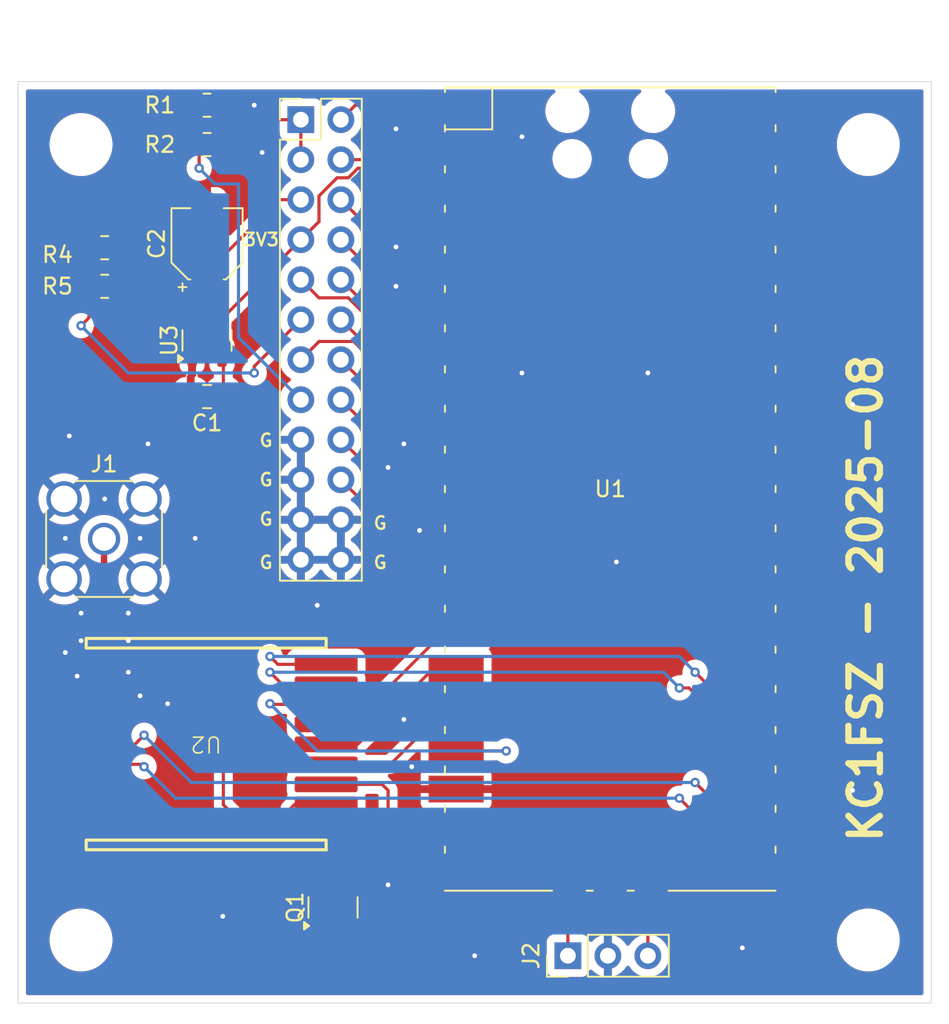
<source format=kicad_pcb>
(kicad_pcb (version 20241229) (generator "pcbnew") (generator_version "9.0")
  (title_block (title "KC1FSZ LoRa Controller Board") (date "2025-05-08") (rev "1") (company "Bruce MacKinnon") (comment 1 "Copyright (C) 2025, Bruce MacKinnon") (comment 2 "NOT FOR COMMERCIAL USE"))
  (layers (0 "F.Cu" signal) (2 "B.Cu" signal) (13 "F.Paste" user) (15 "B.Paste" user) (5 "F.SilkS" user "F.Silkscreen") (7 "B.SilkS" user "B.Silkscreen") (1 "F.Mask" user) (3 "B.Mask" user) (25 "Edge.Cuts" user))
  (net 0 "")
  (net 1 "GND")
  (net 2 "/Controller/ANT")
  (net 3 "Net-(J2-Pin_3)")
  (net 4 "Net-(J2-Pin_1)")
  (net 5 "GPIO3")
  (net 6 "GPIO5")
  (net 7 "GPIO9")
  (net 8 "VPAN_SENSE")
  (net 9 "GPIO1")
  (net 10 "GPIO4")
  (net 11 "GPIO2")
  (net 12 "GPIO27")
  (net 13 "GPIO6")
  (net 14 "GPIO7")
  (net 15 "GPIO0")
  (net 16 "VCON_SENSE")
  (net 17 "GPIO8")
  (net 18 "GPIO26")
  (net 19 "VCON")
  (net 20 "VPAN")
  (net 21 "+3.3V")
  (net 22 "GPIO15")
  (net 23 "3V3_SWITCHED")
  (net 25 "RADIO_BUSY")
  (net 27 "RADIO_RFSW_V1")
  (net 28 "~{RADIO_RESET}")
  (net 31 "SPI_MOSI")
  (net 33 "RADIO_INT")
  (net 34 "RADIO_RFSW_V2")
  (net 36 "SPI_CS")
  (net 37 "SPI_MISO")
  (net 38 "SPI_SCK")
  (footprint "Resistor_SMD:R_0805_2012Metric_Pad1.20x1.40mm_HandSolder" (layer "F.Cu") (at 80 81.5)
    (property "Reference" "R2" (at -3 0 0) (layer "F.SilkS"))
    (property "Value" "10k")
    (fp_line (start -0.227064 -0.735) (end 0.227064 -0.735) (stroke (width 0.12)) (layer "F.SilkS"))
    (fp_line (start -0.227064 0.735) (end 0.227064 0.735) (stroke (width 0.12)) (layer "F.SilkS"))
    (pad "1" smd roundrect (at -1 0) (size 1.2 1.4) (layers "F.Cu" "F.Mask" "F.Paste") (roundrect_rratio 0.208333) (net 8 "VPAN_SENSE"))
    (pad "2" smd roundrect (at 1 0) (size 1.2 1.4) (layers "F.Cu" "F.Mask" "F.Paste") (roundrect_rratio 0.208333) (net 1 "GND"))
  )
  (footprint "Capacitor_SMD:CP_Elec_4x5.4" (layer "F.Cu") (at 80 87.8 90)
    (property "Reference" "C2" (at 0 -3.2 90) (layer "F.SilkS"))
    (property "Value" "10u")
    (fp_line (start 2.26 -2.26) (end 2.26 -1.06) (stroke (width 0.12)) (layer "F.SilkS"))
    (fp_line (start -1.195563 -2.26) (end 2.26 -2.26) (stroke (width 0.12)) (layer "F.SilkS"))
    (fp_line (start -2.75 -1.81) (end -2.75 -1.31) (stroke (width 0.12)) (layer "F.SilkS"))
    (fp_line (start -3 -1.56) (end -2.5 -1.56) (stroke (width 0.12)) (layer "F.SilkS"))
    (fp_line (start -2.26 -1.195563) (end -1.195563 -2.26) (stroke (width 0.12)) (layer "F.SilkS"))
    (fp_line (start -2.26 -1.195563) (end -2.26 -1.06) (stroke (width 0.12)) (layer "F.SilkS"))
    (fp_line (start -2.26 1.195563) (end -2.26 1.06) (stroke (width 0.12)) (layer "F.SilkS"))
    (fp_line (start -2.26 1.195563) (end -1.195563 2.26) (stroke (width 0.12)) (layer "F.SilkS"))
    (fp_line (start 2.26 2.26) (end 2.26 1.06) (stroke (width 0.12)) (layer "F.SilkS"))
    (fp_line (start -1.195563 2.26) (end 2.26 2.26) (stroke (width 0.12)) (layer "F.SilkS"))
    (pad "1" smd roundrect (at -1.8 0 90) (size 2.6 1.6) (layers "F.Cu" "F.Mask" "F.Paste") (roundrect_rratio 0.15625) (net 19 "VCON"))
    (pad "2" smd roundrect (at 1.8 0 90) (size 2.6 1.6) (layers "F.Cu" "F.Mask" "F.Paste") (roundrect_rratio 0.15625) (net 1 "GND"))
  )
  (footprint "Resistor_SMD:R_0805_2012Metric_Pad1.20x1.40mm_HandSolder" (layer "F.Cu") (at 73.5 90.5)
    (property "Reference" "R5" (at -3 0 0) (layer "F.SilkS"))
    (property "Value" "10k")
    (fp_line (start -0.227064 -0.735) (end 0.227064 -0.735) (stroke (width 0.12)) (layer "F.SilkS"))
    (fp_line (start -0.227064 0.735) (end 0.227064 0.735) (stroke (width 0.12)) (layer "F.SilkS"))
    (pad "1" smd roundrect (at -1 0) (size 1.2 1.4) (layers "F.Cu" "F.Mask" "F.Paste") (roundrect_rratio 0.208333) (net 16 "VCON_SENSE"))
    (pad "2" smd roundrect (at 1 0) (size 1.2 1.4) (layers "F.Cu" "F.Mask" "F.Paste") (roundrect_rratio 0.208333) (net 1 "GND"))
  )
  (footprint "MountingHole:MountingHole_3.5mm" (layer "F.Cu") (at 122 132)
    (property "Reference" "H4" (hide yes))
    (property "Value" "MountingHole")
    (pad "" np_thru_hole circle (at 0 0) (size 3.5 3.5) (drill 3.5) (layers "*.Cu" "*.Mask"))
  )
  (footprint "MountingHole:MountingHole_3.5mm" (layer "F.Cu") (at 72 81.5)
    (property "Reference" "H1" (hide yes))
    (property "Value" "MountingHole")
    (pad "" np_thru_hole circle (at 0 0) (size 3.5 3.5) (drill 3.5) (layers "*.Cu" "*.Mask"))
  )
  (footprint "MountingHole:MountingHole_3.5mm" (layer "F.Cu") (at 72 132)
    (property "Reference" "H2" (hide yes))
    (property "Value" "MountingHole")
    (pad "" np_thru_hole circle (at 0 0) (size 3.5 3.5) (drill 3.5) (layers "*.Cu" "*.Mask"))
  )
  (footprint "Resistor_SMD:R_0805_2012Metric_Pad1.20x1.40mm_HandSolder" (layer "F.Cu") (at 80 79)
    (property "Reference" "R1" (at -3 0 0) (layer "F.SilkS"))
    (property "Value" "47k")
    (fp_line (start -0.227064 -0.735) (end 0.227064 -0.735) (stroke (width 0.12)) (layer "F.SilkS"))
    (fp_line (start -0.227064 0.735) (end 0.227064 0.735) (stroke (width 0.12)) (layer "F.SilkS"))
    (pad "1" smd roundrect (at -1 0) (size 1.2 1.4) (layers "F.Cu" "F.Mask" "F.Paste") (roundrect_rratio 0.208333) (net 8 "VPAN_SENSE"))
    (pad "2" smd roundrect (at 1 0) (size 1.2 1.4) (layers "F.Cu" "F.Mask" "F.Paste") (roundrect_rratio 0.208333) (net 20 "VPAN"))
  )
  (footprint "Resistor_SMD:R_0805_2012Metric_Pad1.20x1.40mm_HandSolder" (layer "F.Cu") (at 73.5 88.05)
    (property "Reference" "R4" (at -3 0.45 0) (layer "F.SilkS"))
    (property "Value" "10k")
    (fp_line (start -0.227064 -0.735) (end 0.227064 -0.735) (stroke (width 0.12)) (layer "F.SilkS"))
    (fp_line (start -0.227064 0.735) (end 0.227064 0.735) (stroke (width 0.12)) (layer "F.SilkS"))
    (pad "1" smd roundrect (at -1 0) (size 1.2 1.4) (layers "F.Cu" "F.Mask" "F.Paste") (roundrect_rratio 0.208333) (net 16 "VCON_SENSE"))
    (pad "2" smd roundrect (at 1 0) (size 1.2 1.4) (layers "F.Cu" "F.Mask" "F.Paste") (roundrect_rratio 0.208333) (net 19 "VCON"))
  )
  (footprint "Package_TO_SOT_SMD:SOT-23" (layer "F.Cu") (at 88 129.9375 90)
    (property "Reference" "Q1" (at 0 -2.4 90) (layer "F.SilkS"))
    (property "Value" "IRLML6401")
    (fp_line (start 0 -1.56) (end 0.65 -1.56) (stroke (width 0.12)) (layer "F.SilkS"))
    (fp_line (start 0 -1.56) (end -0.65 -1.56) (stroke (width 0.12)) (layer "F.SilkS"))
    (fp_line (start 0 1.56) (end 0.65 1.56) (stroke (width 0.12)) (layer "F.SilkS"))
    (fp_line (start 0 1.56) (end -0.65 1.56) (stroke (width 0.12)) (layer "F.SilkS"))
    (fp_poly (pts (xy -1.1625 -1.51) (xy -1.4025 -1.84) (xy -0.9225 -1.84) (xy -1.1625 -1.51)) (stroke (width 0.12)) (fill yes) (layer "F.SilkS"))
    (pad "1" smd roundrect (at -0.9375 -0.95 90) (size 1.475 0.6) (layers "F.Cu" "F.Mask" "F.Paste") (net 22 "GPIO15"))
    (pad "2" smd roundrect (at -0.9375 0.95 90) (size 1.475 0.6) (layers "F.Cu" "F.Mask" "F.Paste") (net 21 "+3.3V"))
    (pad "3" smd roundrect (at 0.9375 0 90) (size 1.475 0.6) (layers "F.Cu" "F.Mask" "F.Paste") (net 23 "3V3_SWITCHED"))
  )
  (footprint "bruce-footprints:RPi_Pico_SMD" (layer "F.Cu") (at 105.61 103.37)
    (property "Reference" "U1" (at 0 0 0) (layer "F.SilkS"))
    (property "Value" "Pico_1_PCB")
    (fp_line (start -10.5 -25.5) (end -10.5 -25.2) (stroke (width 0.12)) (layer "F.SilkS"))
    (fp_line (start -10.5 -25.5) (end 10.5 -25.5) (stroke (width 0.12)) (layer "F.SilkS"))
    (fp_line (start -10.5 -23.1) (end -10.5 -22.7) (stroke (width 0.12)) (layer "F.SilkS"))
    (fp_line (start -10.5 -22.833) (end -7.493 -22.833) (stroke (width 0.12)) (layer "F.SilkS"))
    (fp_line (start -10.5 -20.5) (end -10.5 -20.1) (stroke (width 0.12)) (layer "F.SilkS"))
    (fp_line (start -10.5 -18) (end -10.5 -17.6) (stroke (width 0.12)) (layer "F.SilkS"))
    (fp_line (start -10.5 -15.4) (end -10.5 -15) (stroke (width 0.12)) (layer "F.SilkS"))
    (fp_line (start -10.5 -12.9) (end -10.5 -12.5) (stroke (width 0.12)) (layer "F.SilkS"))
    (fp_line (start -10.5 -10.4) (end -10.5 -10) (stroke (width 0.12)) (layer "F.SilkS"))
    (fp_line (start -10.5 -7.8) (end -10.5 -7.4) (stroke (width 0.12)) (layer "F.SilkS"))
    (fp_line (start -10.5 -5.3) (end -10.5 -4.9) (stroke (width 0.12)) (layer "F.SilkS"))
    (fp_line (start -10.5 -2.7) (end -10.5 -2.3) (stroke (width 0.12)) (layer "F.SilkS"))
    (fp_line (start -10.5 -0.2) (end -10.5 0.2) (stroke (width 0.12)) (layer "F.SilkS"))
    (fp_line (start -10.5 2.3) (end -10.5 2.7) (stroke (width 0.12)) (layer "F.SilkS"))
    (fp_line (start -10.5 4.9) (end -10.5 5.3) (stroke (width 0.12)) (layer "F.SilkS"))
    (fp_line (start -10.5 7.4) (end -10.5 7.8) (stroke (width 0.12)) (layer "F.SilkS"))
    (fp_line (start -10.5 10) (end -10.5 10.4) (stroke (width 0.12)) (layer "F.SilkS"))
    (fp_line (start -10.5 12.5) (end -10.5 12.9) (stroke (width 0.12)) (layer "F.SilkS"))
    (fp_line (start -10.5 15.1) (end -10.5 15.5) (stroke (width 0.12)) (layer "F.SilkS"))
    (fp_line (start -10.5 17.6) (end -10.5 18) (stroke (width 0.12)) (layer "F.SilkS"))
    (fp_line (start -10.5 20.1) (end -10.5 20.5) (stroke (width 0.12)) (layer "F.SilkS"))
    (fp_line (start -10.5 22.7) (end -10.5 23.1) (stroke (width 0.12)) (layer "F.SilkS"))
    (fp_line (start -7.493 -22.833) (end -7.493 -25.5) (stroke (width 0.12)) (layer "F.SilkS"))
    (fp_line (start -3.7 25.5) (end -10.5 25.5) (stroke (width 0.12)) (layer "F.SilkS"))
    (fp_line (start -1.5 25.5) (end -1.1 25.5) (stroke (width 0.12)) (layer "F.SilkS"))
    (fp_line (start 1.1 25.5) (end 1.5 25.5) (stroke (width 0.12)) (layer "F.SilkS"))
    (fp_line (start 10.5 -25.5) (end 10.5 -25.2) (stroke (width 0.12)) (layer "F.SilkS"))
    (fp_line (start 10.5 -23.1) (end 10.5 -22.7) (stroke (width 0.12)) (layer "F.SilkS"))
    (fp_line (start 10.5 -20.5) (end 10.5 -20.1) (stroke (width 0.12)) (layer "F.SilkS"))
    (fp_line (start 10.5 -18) (end 10.5 -17.6) (stroke (width 0.12)) (layer "F.SilkS"))
    (fp_line (start 10.5 -15.4) (end 10.5 -15) (stroke (width 0.12)) (layer "F.SilkS"))
    (fp_line (start 10.5 -12.9) (end 10.5 -12.5) (stroke (width 0.12)) (layer "F.SilkS"))
    (fp_line (start 10.5 -10.4) (end 10.5 -10) (stroke (width 0.12)) (layer "F.SilkS"))
    (fp_line (start 10.5 -7.8) (end 10.5 -7.4) (stroke (width 0.12)) (layer "F.SilkS"))
    (fp_line (start 10.5 -5.3) (end 10.5 -4.9) (stroke (width 0.12)) (layer "F.SilkS"))
    (fp_line (start 10.5 -2.7) (end 10.5 -2.3) (stroke (width 0.12)) (layer "F.SilkS"))
    (fp_line (start 10.5 -0.2) (end 10.5 0.2) (stroke (width 0.12)) (layer "F.SilkS"))
    (fp_line (start 10.5 2.3) (end 10.5 2.7) (stroke (width 0.12)) (layer "F.SilkS"))
    (fp_line (start 10.5 4.9) (end 10.5 5.3) (stroke (width 0.12)) (layer "F.SilkS"))
    (fp_line (start 10.5 7.4) (end 10.5 7.8) (stroke (width 0.12)) (layer "F.SilkS"))
    (fp_line (start 10.5 10) (end 10.5 10.4) (stroke (width 0.12)) (layer "F.SilkS"))
    (fp_line (start 10.5 12.5) (end 10.5 12.9) (stroke (width 0.12)) (layer "F.SilkS"))
    (fp_line (start 10.5 15.1) (end 10.5 15.5) (stroke (width 0.12)) (layer "F.SilkS"))
    (fp_line (start 10.5 17.6) (end 10.5 18) (stroke (width 0.12)) (layer "F.SilkS"))
    (fp_line (start 10.5 20.1) (end 10.5 20.5) (stroke (width 0.12)) (layer "F.SilkS"))
    (fp_line (start 10.5 22.7) (end 10.5 23.1) (stroke (width 0.12)) (layer "F.SilkS"))
    (fp_line (start 10.5 25.5) (end 3.7 25.5) (stroke (width 0.12)) (layer "F.SilkS"))
    (pad "" np_thru_hole oval (at -2.725 -24) (size 1.8 1.8) (drill 1.8) (layers "*.Cu" "*.Mask"))
    (pad "" np_thru_hole oval (at -2.425 -20.97) (size 1.5 1.5) (drill 1.5) (layers "*.Cu" "*.Mask"))
    (pad "" np_thru_hole oval (at 2.425 -20.97) (size 1.5 1.5) (drill 1.5) (layers "*.Cu" "*.Mask"))
    (pad "" np_thru_hole oval (at 2.725 -24) (size 1.8 1.8) (drill 1.8) (layers "*.Cu" "*.Mask"))
    (pad "1" smd rect (at -8.89 -24.13) (size 3.5 1.7) (drill (offset -0.9 0)) (layers "F.Cu" "F.Mask") (net 15 "GPIO0"))
    (pad "2" smd rect (at -8.89 -21.59) (size 3.5 1.7) (drill (offset -0.9 0)) (layers "F.Cu" "F.Mask") (net 9 "GPIO1"))
    (pad "3" smd rect (at -8.89 -19.05) (size 3.5 1.7) (drill (offset -0.9 0)) (layers "F.Cu" "F.Mask") (net 1 "GND"))
    (pad "4" smd rect (at -8.89 -16.51) (size 3.5 1.7) (drill (offset -0.9 0)) (layers "F.Cu" "F.Mask") (net 11 "GPIO2"))
    (pad "5" smd rect (at -8.89 -13.97) (size 3.5 1.7) (drill (offset -0.9 0)) (layers "F.Cu" "F.Mask") (net 5 "GPIO3"))
    (pad "6" smd rect (at -8.89 -11.43) (size 3.5 1.7) (drill (offset -0.9 0)) (layers "F.Cu" "F.Mask") (net 10 "GPIO4"))
    (pad "7" smd rect (at -8.89 -8.89) (size 3.5 1.7) (drill (offset -0.9 0)) (layers "F.Cu" "F.Mask") (net 6 "GPIO5"))
    (pad "8" smd rect (at -8.89 -6.35) (size 3.5 1.7) (drill (offset -0.9 0)) (layers "F.Cu" "F.Mask") (net 1 "GND"))
    (pad "9" smd rect (at -8.89 -3.81) (size 3.5 1.7) (drill (offset -0.9 0)) (layers "F.Cu" "F.Mask") (net 13 "GPIO6"))
    (pad "10" smd rect (at -8.89 -1.27) (size 3.5 1.7) (drill (offset -0.9 0)) (layers "F.Cu" "F.Mask") (net 14 "GPIO7"))
    (pad "11" smd rect (at -8.89 1.27) (size 3.5 1.7) (drill (offset -0.9 0)) (layers "F.Cu" "F.Mask") (net 17 "GPIO8"))
    (pad "12" smd rect (at -8.89 3.81) (size 3.5 1.7) (drill (offset -0.9 0)) (layers "F.Cu" "F.Mask") (net 7 "GPIO9"))
    (pad "13" smd rect (at -8.89 6.35) (size 3.5 1.7) (drill (offset -0.9 0)) (layers "F.Cu" "F.Mask") (net 1 "GND"))
    (pad "14" smd rect (at -8.89 8.89) (size 3.5 1.7) (drill (offset -0.9 0)) (layers "F.Cu" "F.Mask") (net 38 "SPI_SCK"))
    (pad "15" smd rect (at -8.89 11.43) (size 3.5 1.7) (drill (offset -0.9 0)) (layers "F.Cu" "F.Mask") (net 31 "SPI_MOSI"))
    (pad "16" smd rect (at -8.89 13.97) (size 3.5 1.7) (drill (offset -0.9 0)) (layers "F.Cu" "F.Mask") (net 37 "SPI_MISO"))
    (pad "17" smd rect (at -8.89 16.51) (size 3.5 1.7) (drill (offset -0.9 0)) (layers "F.Cu" "F.Mask") (net 36 "SPI_CS"))
    (pad "18" smd rect (at -8.89 19.05) (size 3.5 1.7) (drill (offset -0.9 0)) (layers "F.Cu" "F.Mask") (net 1 "GND"))
    (pad "19" smd rect (at -8.89 21.59) (size 3.5 1.7) (drill (offset -0.9 0)) (layers "F.Cu" "F.Mask") (net 28 "~{RADIO_RESET}"))
    (pad "20" smd rect (at -8.89 24.13) (size 3.5 1.7) (drill (offset -0.9 0)) (layers "F.Cu" "F.Mask") (net 22 "GPIO15"))
    (pad "21" smd rect (at 8.89 24.13) (size 3.5 1.7) (drill (offset 0.9 0)) (layers "F.Cu" "F.Mask") (net 33 "RADIO_INT"))
    (pad "22" smd rect (at 8.89 21.59) (size 3.5 1.7) (drill (offset 0.9 0)) (layers "F.Cu" "F.Mask") (net 25 "RADIO_BUSY"))
    (pad "23" smd rect (at 8.89 19.05) (size 3.5 1.7) (drill (offset 0.9 0)) (layers "F.Cu" "F.Mask") (net 1 "GND"))
    (pad "24" smd rect (at 8.89 16.51) (size 3.5 1.7) (drill (offset 0.9 0)) (layers "F.Cu" "F.Mask") (net 34 "RADIO_RFSW_V2"))
    (pad "25" smd rect (at 8.89 13.97) (size 3.5 1.7) (drill (offset 0.9 0)) (layers "F.Cu" "F.Mask") (net 27 "RADIO_RFSW_V1"))
    (pad "26" smd rect (at 8.89 11.43) (size 3.5 1.7) (drill (offset 0.9 0)) (layers "F.Cu" "F.Mask"))
    (pad "27" smd rect (at 8.89 8.89) (size 3.5 1.7) (drill (offset 0.9 0)) (layers "F.Cu" "F.Mask"))
    (pad "28" smd rect (at 8.89 6.35) (size 3.5 1.7) (drill (offset 0.9 0)) (layers "F.Cu" "F.Mask") (net 1 "GND"))
    (pad "29" smd rect (at 8.89 3.81) (size 3.5 1.7) (drill (offset 0.9 0)) (layers "F.Cu" "F.Mask"))
    (pad "30" smd rect (at 8.89 1.27) (size 3.5 1.7) (drill (offset 0.9 0)) (layers "F.Cu" "F.Mask"))
    (pad "31" smd rect (at 8.89 -1.27) (size 3.5 1.7) (drill (offset 0.9 0)) (layers "F.Cu" "F.Mask") (net 18 "GPIO26"))
    (pad "32" smd rect (at 8.89 -3.81) (size 3.5 1.7) (drill (offset 0.9 0)) (layers "F.Cu" "F.Mask") (net 12 "GPIO27"))
    (pad "33" smd rect (at 8.89 -6.35) (size 3.5 1.7) (drill (offset 0.9 0)) (layers "F.Cu" "F.Mask") (net 1 "GND"))
    (pad "34" smd rect (at 8.89 -8.89) (size 3.5 1.7) (drill (offset 0.9 0)) (layers "F.Cu" "F.Mask"))
    (pad "35" smd rect (at 8.89 -11.43) (size 3.5 1.7) (drill (offset 0.9 0)) (layers "F.Cu" "F.Mask"))
    (pad "36" smd rect (at 8.89 -13.97) (size 3.5 1.7) (drill (offset 0.9 0)) (layers "F.Cu" "F.Mask"))
    (pad "37" smd rect (at 8.89 -16.51) (size 3.5 1.7) (drill (offset 0.9 0)) (layers "F.Cu" "F.Mask"))
    (pad "38" smd rect (at 8.89 -19.05) (size 3.5 1.7) (drill (offset 0.9 0)) (layers "F.Cu" "F.Mask") (net 1 "GND"))
    (pad "39" smd rect (at 8.89 -21.59) (size 3.5 1.7) (drill (offset 0.9 0)) (layers "F.Cu" "F.Mask") (net 21 "+3.3V"))
    (pad "40" smd rect (at 8.89 -24.13) (size 3.5 1.7) (drill (offset 0.9 0)) (layers "F.Cu" "F.Mask"))
    (pad "41" smd rect (at -2.54 23.9 90) (size 3.5 1.7) (drill (offset -0.9 0)) (layers "F.Cu" "F.Mask") (net 4 "Net-(J2-Pin_1)"))
    (pad "42" smd rect (at 0 23.9 90) (size 3.5 1.7) (drill (offset -0.9 0)) (layers "F.Cu" "F.Mask") (net 1 "GND"))
    (pad "43" smd rect (at 2.54 23.9 90) (size 3.5 1.7) (drill (offset -0.9 0)) (layers "F.Cu" "F.Mask") (net 3 "Net-(J2-Pin_3)"))
  )
  (footprint "MountingHole:MountingHole_3.5mm" (layer "F.Cu") (at 122 81.5)
    (property "Reference" "H3" (hide yes))
    (property "Value" "MountingHole")
    (pad "" np_thru_hole circle (at 0 0) (size 3.5 3.5) (drill 3.5) (layers "*.Cu" "*.Mask"))
  )
  (footprint "Capacitor_SMD:C_0805_2012Metric_Pad1.18x1.45mm_HandSolder" (layer "F.Cu") (at 80 97.5 180)
    (property "Reference" "C1" (at 0 -1.68 0) (layer "F.SilkS"))
    (property "Value" "10u")
    (fp_line (start -0.261252 0.735) (end 0.261252 0.735) (stroke (width 0.12)) (layer "F.SilkS"))
    (fp_line (start -0.261252 -0.735) (end 0.261252 -0.735) (stroke (width 0.12)) (layer "F.SilkS"))
    (pad "1" smd roundrect (at -1.0375 0 180) (size 1.175 1.45) (layers "F.Cu" "F.Mask" "F.Paste") (roundrect_rratio 0.212766) (net 21 "+3.3V"))
    (pad "2" smd roundrect (at 1.0375 0 180) (size 1.175 1.45) (layers "F.Cu" "F.Mask" "F.Paste") (roundrect_rratio 0.212766) (net 1 "GND"))
  )
  (footprint "Connector_PinHeader_2.54mm:PinHeader_1x03_P2.54mm_Vertical" (layer "F.Cu") (at 102.92 133 90)
    (property "Reference" "J2" (at 0 -2.33 90) (layer "F.SilkS"))
    (property "Value" "SWD")
    (fp_line (start -1.33 -1.33) (end 0 -1.33) (stroke (width 0.12)) (layer "F.SilkS"))
    (fp_line (start -1.33 0) (end -1.33 -1.33) (stroke (width 0.12)) (layer "F.SilkS"))
    (fp_line (start 1.33 1.27) (end 1.33 6.41) (stroke (width 0.12)) (layer "F.SilkS"))
    (fp_line (start -1.33 1.27) (end 1.33 1.27) (stroke (width 0.12)) (layer "F.SilkS"))
    (fp_line (start -1.33 1.27) (end -1.33 6.41) (stroke (width 0.12)) (layer "F.SilkS"))
    (fp_line (start -1.33 6.41) (end 1.33 6.41) (stroke (width 0.12)) (layer "F.SilkS"))
    (pad "1" thru_hole rect (at 0 0 90) (size 1.7 1.7) (drill 1) (layers "*.Cu" "*.Mask") (net 4 "Net-(J2-Pin_1)"))
    (pad "2" thru_hole oval (at 0 2.54 90) (size 1.7 1.7) (drill 1) (layers "*.Cu" "*.Mask") (net 1 "GND"))
    (pad "3" thru_hole oval (at 0 5.08 90) (size 1.7 1.7) (drill 1) (layers "*.Cu" "*.Mask") (net 3 "Net-(J2-Pin_3)"))
  )
  (footprint "Connector_Coaxial:SMA_Amphenol_132134_Vertical" (layer "F.Cu") (at 73.46 106.54)
    (property "Reference" "J1" (at 0 -4.75 0) (layer "F.SilkS"))
    (property "Value" "Conn_Coaxial")
    (fp_line (start -3.68 -1.8) (end -3.68 1.8) (stroke (width 0.12)) (layer "F.SilkS"))
    (fp_line (start -1.8 -3.68) (end 1.8 -3.68) (stroke (width 0.12)) (layer "F.SilkS"))
    (fp_line (start -1.8 3.68) (end 1.8 3.68) (stroke (width 0.12)) (layer "F.SilkS"))
    (fp_line (start 3.68 -1.8) (end 3.68 1.8) (stroke (width 0.12)) (layer "F.SilkS"))
    (pad "1" thru_hole circle (at 0 0) (size 2.05 2.05) (drill 1.5) (layers "*.Cu" "*.Mask") (net 2 "/Controller/ANT"))
    (pad "2" thru_hole circle (at -2.54 -2.54) (size 2.25 2.25) (drill 1.7) (layers "*.Cu" "*.Mask") (net 1 "GND"))
    (pad "2" thru_hole circle (at -2.54 2.54) (size 2.25 2.25) (drill 1.7) (layers "*.Cu" "*.Mask") (net 1 "GND"))
    (pad "2" thru_hole circle (at 2.54 -2.54) (size 2.25 2.25) (drill 1.7) (layers "*.Cu" "*.Mask") (net 1 "GND"))
    (pad "2" thru_hole circle (at 2.54 2.54) (size 2.25 2.25) (drill 1.7) (layers "*.Cu" "*.Mask") (net 1 "GND"))
  )
  (footprint "bruce-footprints:RYLR689-LoRa-Module" (layer "F.Cu") (at 87.565 124.66 180)
    (property "Reference" "U2" (at 7.62 5.08 180) (layer "F.SilkS") (effects (font (thickness 0.1))))
    (property "Value" "~")
    (fp_rect (start 0 11.195) (end 15.24 11.805) (stroke (width 0.2)) (fill no) (layer "F.SilkS"))
    (fp_rect (start 0 -1.61) (end 15.24 -1) (stroke (width 0.2)) (fill no) (layer "F.SilkS"))
    (pad "1" smd roundrect (at 0 0 180) (size 4 1) (layers "F.Cu" "F.Mask" "F.Paste") (roundrect_rratio 0.15) (net 1 "GND"))
    (pad "2" smd roundrect (at 0 1.27 180) (size 4 1) (layers "F.Cu" "F.Mask" "F.Paste") (roundrect_rratio 0.15) (net 23 "3V3_SWITCHED"))
    (pad "3" smd roundrect (at 0 2.54 180) (size 4 1) (layers "F.Cu" "F.Mask" "F.Paste") (roundrect_rratio 0.15) (net 28 "~{RADIO_RESET}"))
    (pad "4" smd roundrect (at 0 3.81 180) (size 4 1) (layers "F.Cu" "F.Mask" "F.Paste") (roundrect_rratio 0.15) (net 37 "SPI_MISO"))
    (pad "5" smd roundrect (at 0 5.08 180) (size 4 1) (layers "F.Cu" "F.Mask" "F.Paste") (roundrect_rratio 0.15) (net 31 "SPI_MOSI"))
    (pad "6" smd roundrect (at 0 6.35 180) (size 4 1) (layers "F.Cu" "F.Mask" "F.Paste") (roundrect_rratio 0.15) (net 38 "SPI_SCK"))
    (pad "7" smd roundrect (at 0 7.62 180) (size 4 1) (layers "F.Cu" "F.Mask" "F.Paste") (roundrect_rratio 0.15) (net 36 "SPI_CS"))
    (pad "8" smd roundrect (at 0 8.89 180) (size 4 1) (layers "F.Cu" "F.Mask" "F.Paste") (roundrect_rratio 0.15) (net 34 "RADIO_RFSW_V2"))
    (pad "9" smd roundrect (at 0 10.16 180) (size 4 1) (layers "F.Cu" "F.Mask" "F.Paste") (roundrect_rratio 0.15) (net 27 "RADIO_RFSW_V1"))
    (pad "12" smd roundrect (at 15.24 7.62 180) (size 4 1) (layers "F.Cu" "F.Mask" "F.Paste") (roundrect_rratio 0.15) (net 2 "/Controller/ANT"))
    (pad "13" smd roundrect (at 15.24 6.35 180) (size 4 1) (layers "F.Cu" "F.Mask" "F.Paste") (roundrect_rratio 0.15) (net 1 "GND"))
    (pad "14" smd roundrect (at 15.24 5.08 180) (size 4 1) (layers "F.Cu" "F.Mask" "F.Paste") (roundrect_rratio 0.15) (net 25 "RADIO_BUSY"))
    (pad "15" smd roundrect (at 15.24 3.81 180) (size 4 1) (layers "F.Cu" "F.Mask" "F.Paste") (roundrect_rratio 0.15) (net 33 "RADIO_INT"))
    (pad "16" smd roundrect (at 15.24 2.54 180) (size 4 1) (layers "F.Cu" "F.Mask" "F.Paste") (roundrect_rratio 0.15))
    (pad "17" smd roundrect (at 15.24 1.27 180) (size 4 1) (layers "F.Cu" "F.Mask" "F.Paste") (roundrect_rratio 0.15))
    (pad "18" smd roundrect (at 15.24 0 180) (size 4 1) (layers "F.Cu" "F.Mask" "F.Paste") (roundrect_rratio 0.15) (net 1 "GND"))
  )
  (footprint "Connector_PinHeader_2.54mm:PinHeader_2x12_P2.54mm_Vertical" (layer "F.Cu") (at 85.96 79.92)
    (property "Reference" "J3" (hide yes))
    (property "Value" "Conn_02x12_Odd_Even")
    (fp_line (start -1.33 -1.33) (end 0 -1.33) (stroke (width 0.12)) (layer "F.SilkS"))
    (fp_line (start -1.33 0) (end -1.33 -1.33) (stroke (width 0.12)) (layer "F.SilkS"))
    (fp_line (start -1.33 1.27) (end -1.33 29.27) (stroke (width 0.12)) (layer "F.SilkS"))
    (fp_line (start -1.33 1.27) (end 1.27 1.27) (stroke (width 0.12)) (layer "F.SilkS"))
    (fp_line (start -1.33 29.27) (end 3.87 29.27) (stroke (width 0.12)) (layer "F.SilkS"))
    (fp_line (start 1.27 -1.33) (end 3.87 -1.33) (stroke (width 0.12)) (layer "F.SilkS"))
    (fp_line (start 1.27 1.27) (end 1.27 -1.33) (stroke (width 0.12)) (layer "F.SilkS"))
    (fp_line (start 3.87 -1.33) (end 3.87 29.27) (stroke (width 0.12)) (layer "F.SilkS"))
    (pad "1" thru_hole rect (at 0 0) (size 1.7 1.7) (drill 1) (layers "*.Cu" "*.Mask") (net 20 "VPAN"))
    (pad "2" thru_hole oval (at 2.54 0) (size 1.7 1.7) (drill 1) (layers "*.Cu" "*.Mask") (net 15 "GPIO0"))
    (pad "3" thru_hole oval (at 0 2.54) (size 1.7 1.7) (drill 1) (layers "*.Cu" "*.Mask") (net 20 "VPAN"))
    (pad "4" thru_hole oval (at 2.54 2.54) (size 1.7 1.7) (drill 1) (layers "*.Cu" "*.Mask") (net 9 "GPIO1"))
    (pad "5" thru_hole oval (at 0 5.08) (size 1.7 1.7) (drill 1) (layers "*.Cu" "*.Mask") (net 19 "VCON"))
    (pad "6" thru_hole oval (at 2.54 5.08) (size 1.7 1.7) (drill 1) (layers "*.Cu" "*.Mask") (net 11 "GPIO2"))
    (pad "7" thru_hole oval (at 0 7.62) (size 1.7 1.7) (drill 1) (layers "*.Cu" "*.Mask") (net 21 "+3.3V"))
    (pad "8" thru_hole oval (at 2.54 7.62) (size 1.7 1.7) (drill 1) (layers "*.Cu" "*.Mask") (net 5 "GPIO3"))
    (pad "9" thru_hole oval (at 0 10.16) (size 1.7 1.7) (drill 1) (layers "*.Cu" "*.Mask") (net 12 "GPIO27"))
    (pad "10" thru_hole oval (at 2.54 10.16) (size 1.7 1.7) (drill 1) (layers "*.Cu" "*.Mask") (net 10 "GPIO4"))
    (pad "11" thru_hole oval (at 0 12.7) (size 1.7 1.7) (drill 1) (layers "*.Cu" "*.Mask") (net 16 "VCON_SENSE"))
    (pad "12" thru_hole oval (at 2.54 12.7) (size 1.7 1.7) (drill 1) (layers "*.Cu" "*.Mask") (net 6 "GPIO5"))
    (pad "13" thru_hole oval (at 0 15.24) (size 1.7 1.7) (drill 1) (layers "*.Cu" "*.Mask") (net 18 "GPIO26"))
    (pad "14" thru_hole oval (at 2.54 15.24) (size 1.7 1.7) (drill 1) (layers "*.Cu" "*.Mask") (net 13 "GPIO6"))
    (pad "15" thru_hole oval (at 0 17.78) (size 1.7 1.7) (drill 1) (layers "*.Cu" "*.Mask") (net 8 "VPAN_SENSE"))
    (pad "16" thru_hole oval (at 2.54 17.78) (size 1.7 1.7) (drill 1) (layers "*.Cu" "*.Mask") (net 14 "GPIO7"))
    (pad "17" thru_hole oval (at 0 20.32) (size 1.7 1.7) (drill 1) (layers "*.Cu" "*.Mask") (net 1 "GND"))
    (pad "18" thru_hole oval (at 2.54 20.32) (size 1.7 1.7) (drill 1) (layers "*.Cu" "*.Mask") (net 17 "GPIO8"))
    (pad "19" thru_hole oval (at 0 22.86) (size 1.7 1.7) (drill 1) (layers "*.Cu" "*.Mask") (net 1 "GND"))
    (pad "20" thru_hole oval (at 2.54 22.86) (size 1.7 1.7) (drill 1) (layers "*.Cu" "*.Mask") (net 7 "GPIO9"))
    (pad "21" thru_hole oval (at 0 25.4) (size 1.7 1.7) (drill 1) (layers "*.Cu" "*.Mask") (net 1 "GND"))
    (pad "22" thru_hole oval (at 2.54 25.4) (size 1.7 1.7) (drill 1) (layers "*.Cu" "*.Mask") (net 1 "GND"))
    (pad "23" thru_hole oval (at 0 27.94) (size 1.7 1.7) (drill 1) (layers "*.Cu" "*.Mask") (net 1 "GND"))
    (pad "24" thru_hole oval (at 2.54 27.94) (size 1.7 1.7) (drill 1) (layers "*.Cu" "*.Mask") (net 1 "GND"))
  )
  (footprint "Package_TO_SOT_SMD:SOT-23" (layer "F.Cu") (at 80 93.9375 90)
    (property "Reference" "U3" (at 0 -2.4 90) (layer "F.SilkS"))
    (property "Value" "MCP1700x-330xxTT")
    (fp_line (start 0 -1.56) (end 0.65 -1.56) (stroke (width 0.12)) (layer "F.SilkS"))
    (fp_line (start 0 -1.56) (end -0.65 -1.56) (stroke (width 0.12)) (layer "F.SilkS"))
    (fp_line (start 0 1.56) (end 0.65 1.56) (stroke (width 0.12)) (layer "F.SilkS"))
    (fp_line (start 0 1.56) (end -0.65 1.56) (stroke (width 0.12)) (layer "F.SilkS"))
    (fp_poly (pts (xy -1.1625 -1.51) (xy -1.4025 -1.84) (xy -0.9225 -1.84) (xy -1.1625 -1.51)) (stroke (width 0.12)) (fill yes) (layer "F.SilkS"))
    (pad "1" smd roundrect (at -0.9375 -0.95 90) (size 1.475 0.6) (layers "F.Cu" "F.Mask" "F.Paste") (net 1 "GND"))
    (pad "2" smd roundrect (at -0.9375 0.95 90) (size 1.475 0.6) (layers "F.Cu" "F.Mask" "F.Paste") (net 21 "+3.3V"))
    (pad "3" smd roundrect (at 0.9375 0 90) (size 1.475 0.6) (layers "F.Cu" "F.Mask" "F.Paste") (net 19 "VCON"))
  )
  (gr_rect (start 68 77.5) (end 126 136) (stroke (width 0.05)) (fill no) (layer "Edge.Cuts"))
  (gr_text "G" (at 90.5 106 0) (layer "F.SilkS") (effects (font (size 0.8 0.8) (thickness 0.15) (bold yes)) (justify left bottom)))
  (gr_text "3V3" (at 82.25 88 0) (layer "F.SilkS") (effects (font (size 0.8 0.8) (thickness 0.15) (bold yes)) (justify left bottom)))
  (gr_text "G" (at 90.5 108.5 0) (layer "F.SilkS") (effects (font (size 0.8 0.8) (thickness 0.15) (bold yes)) (justify left bottom)))
  (gr_text "G" (at 83.25 105.75 0) (layer "F.SilkS") (effects (font (size 0.8 0.8) (thickness 0.15) (bold yes)) (justify left bottom)))
  (gr_text "KC1FSZ - 2025-08" (at 123 126 90) (layer "F.SilkS") (effects (font (size 2 2) (thickness 0.4) (bold yes)) (justify left bottom)))
  (gr_text "G" (at 83.25 108.5 0) (layer "F.SilkS") (effects (font (size 0.8 0.8) (thickness 0.15) (bold yes)) (justify left bottom)))
  (gr_text "G" (at 83.25 103.25 0) (layer "F.SilkS") (effects (font (size 0.8 0.8) (thickness 0.15) (bold yes)) (justify left bottom)))
  (gr_text "G" (at 83.25 100.75 0) (layer "F.SilkS") (effects (font (size 0.8 0.8) (thickness 0.15) (bold yes)) (justify left bottom)))
  (segment (start 72.325 118.31) (end 74.69 118.31) (width 0.2) (layer "F.Cu") (net 1))
  (segment (start 74.69 118.31) (end 75.5 117.5) (width 0.2) (layer "F.Cu") (net 1))
  (via (at 75.75 116.5) (size 0.6) (drill 0.3) (layers "F.Cu" "B.Cu") (net 1))
  (via (at 92 80.5) (size 0.6) (drill 0.3) (layers "F.Cu" "B.Cu") (net 1))
  (via (at 75.75 106.5) (size 0.6) (drill 0.3) (layers "F.Cu" "B.Cu") (net 1))
  (via (at 71.75 115.25) (size 0.6) (drill 0.3) (layers "F.Cu" "B.Cu") (net 1))
  (via (at 91.5 128.5) (size 0.6) (drill 0.3) (layers "F.Cu" "B.Cu") (net 1))
  (via (at 93.5 106) (size 0.6) (drill 0.3) (layers "F.Cu" "B.Cu") (net 1))
  (via (at 93 121) (size 0.6) (drill 0.3) (layers "F.Cu" "B.Cu") (net 1))
  (via (at 92 88) (size 0.6) (drill 0.3) (layers "F.Cu" "B.Cu") (net 1))
  (via (at 79.25 106.5) (size 0.6) (drill 0.3) (layers "F.Cu" "B.Cu") (net 1))
  (via (at 100 96) (size 0.6) (drill 0.3) (layers "F.Cu" "B.Cu") (net 1))
  (via (at 108 96) (size 0.6) (drill 0.3) (layers "F.Cu" "B.Cu") (net 1))
  (via (at 92.5 118) (size 0.6) (drill 0.3) (layers "F.Cu" "B.Cu") (net 1))
  (via (at 114 132.5) (size 0.6) (drill 0.3) (layers "F.Cu" "B.Cu") (net 1))
  (via (at 91.5 102) (size 0.6) (drill 0.3) (layers "F.Cu" "B.Cu") (net 1))
  (via (at 100 81) (size 0.6) (drill 0.3) (layers "F.Cu" "B.Cu") (net 1))
  (via (at 72 111.25) (size 0.6) (drill 0.3) (layers "F.Cu" "B.Cu") (net 1))
  (via (at 121 98) (size 0.6) (drill 0.3) (layers "F.Cu" "B.Cu") (net 1))
  (via (at 76.25 100.5) (size 0.6) (drill 0.3) (layers "F.Cu" "B.Cu") (net 1))
  (via (at 75 113) (size 0.6) (drill 0.3) (layers "F.Cu" "B.Cu") (net 1))
  (via (at 75 115) (size 0.6) (drill 0.3) (layers "F.Cu" "B.Cu") (net 1))
  (via (at 92.5 100.5) (size 0.6) (drill 0.3) (layers "F.Cu" "B.Cu") (net 1))
  (via (at 87 110.75) (size 0.6) (drill 0.3) (layers "F.Cu" "B.Cu") (net 1))
  (via (at 73.5 104) (size 0.6) (drill 0.3) (layers "F.Cu" "B.Cu") (net 1))
  (via (at 71.25 100) (size 0.6) (drill 0.3) (layers "F.Cu" "B.Cu") (net 1))
  (via (at 106 108) (size 0.6) (drill 0.3) (layers "F.Cu" "B.Cu") (net 1))
  (via (at 83.5 82) (size 0.6) (drill 0.3) (layers "F.Cu" "B.Cu") (net 1))
  (via (at 71 113.75) (size 0.6) (drill 0.3) (layers "F.Cu" "B.Cu") (net 1))
  (via (at 72 113) (size 0.6) (drill 0.3) (layers "F.Cu" "B.Cu") (net 1))
  (via (at 75 111.25) (size 0.6) (drill 0.3) (layers "F.Cu" "B.Cu") (net 1))
  (via (at 92 90.5) (size 0.6) (drill 0.3) (layers "F.Cu" "B.Cu") (net 1))
  (via (at 81 130.5) (size 0.6) (drill 0.3) (layers "F.Cu" "B.Cu") (net 1))
  (via (at 77.5 117) (size 0.6) (drill 0.3) (layers "F.Cu" "B.Cu") (net 1))
  (via (at 121 122.5) (size 0.6) (drill 0.3) (layers "F.Cu" "B.Cu") (net 1))
  (via (at 83 79) (size 0.6) (drill 0.3) (layers "F.Cu" "B.Cu") (net 1))
  (via (at 97 133) (size 0.6) (drill 0.3) (layers "F.Cu" "B.Cu") (net 1))
  (via (at 71 106.5) (size 0.6) (drill 0.3) (layers "F.Cu" "B.Cu") (net 1))
  (segment (start 73.46 115.905) (end 73.46 106.54) (width 0.4) (layer "F.Cu") (net 2))
  (segment (start 72.325 117.04) (end 73.46 115.905) (width 0.4) (layer "F.Cu") (net 2))
  (segment (start 108 133) (end 108 127.42) (width 0.2) (layer "F.Cu") (net 3))
  (segment (start 108 127.42) (end 108.15 127.27) (width 0.2) (layer "F.Cu") (net 3))
  (segment (start 102.92 133) (end 102.92 127.42) (width 0.2) (layer "F.Cu") (net 4))
  (segment (start 102.92 127.42) (end 103.07 127.27) (width 0.2) (layer "F.Cu") (net 4))
  (segment (start 90.36 89.4) (end 88.5 87.54) (width 0.2) (layer "F.Cu") (net 5))
  (segment (start 96.72 89.4) (end 90.36 89.4) (width 0.2) (layer "F.Cu") (net 5))
  (segment (start 90.36 94.48) (end 88.5 92.62) (width 0.2) (layer "F.Cu") (net 6))
  (segment (start 96.72 94.48) (end 90.36 94.48) (width 0.2) (layer "F.Cu") (net 6))
  (segment (start 92.9 107.18) (end 88.5 102.78) (width 0.2) (layer "F.Cu") (net 7))
  (segment (start 96.72 107.18) (end 92.9 107.18) (width 0.2) (layer "F.Cu") (net 7))
  (segment (start 79.5 82) (end 79 81.5) (width 0.2) (layer "F.Cu") (net 8))
  (segment (start 79.5 83) (end 79.5 82) (width 0.2) (layer "F.Cu") (net 8))
  (segment (start 79 81.5) (end 79 79) (width 0.2) (layer "F.Cu") (net 8))
  (via (at 79.5 83) (size 0.6) (drill 0.3) (layers "F.Cu" "B.Cu") (net 8))
  (segment (start 82 84) (end 80.5 84) (width 0.2) (layer "B.Cu") (net 8))
  (segment (start 85.96 97.7) (end 82 93.74) (width 0.2) (layer "B.Cu") (net 8))
  (segment (start 80.5 84) (end 79.5 83) (width 0.2) (layer "B.Cu") (net 8))
  (segment (start 82 93.74) (end 82 84) (width 0.2) (layer "B.Cu") (net 8))
  (segment (start 96.04 82.46) (end 88.5 82.46) (width 0.2) (layer "F.Cu") (net 9))
  (segment (start 96.72 81.78) (end 96.04 82.46) (width 0.2) (layer "F.Cu") (net 9))
  (segment (start 96.72 91.94) (end 90.36 91.94) (width 0.2) (layer "F.Cu") (net 10))
  (segment (start 90.36 91.94) (end 88.5 90.08) (width 0.2) (layer "F.Cu") (net 10))
  (segment (start 90.36 86.86) (end 88.5 85) (width 0.2) (layer "F.Cu") (net 11))
  (segment (start 96.72 86.86) (end 90.36 86.86) (width 0.2) (layer "F.Cu") (net 11))
  (segment (start 90.83676 93.091) (end 108.031 93.091) (width 0.2) (layer "F.Cu") (net 12))
  (segment (start 87.111 91.231) (end 88.97676 91.231) (width 0.2) (layer "F.Cu") (net 12))
  (segment (start 88.97676 91.231) (end 90.83676 93.091) (width 0.2) (layer "F.Cu") (net 12))
  (segment (start 108.031 93.091) (end 114.5 99.56) (width 0.2) (layer "F.Cu") (net 12))
  (segment (start 85.96 90.08) (end 87.111 91.231) (width 0.2) (layer "F.Cu") (net 12))
  (segment (start 92.9 99.56) (end 88.5 95.16) (width 0.2) (layer "F.Cu") (net 13))
  (segment (start 96.72 99.56) (end 92.9 99.56) (width 0.2) (layer "F.Cu") (net 13))
  (segment (start 92.9 102.1) (end 88.5 97.7) (width 0.2) (layer "F.Cu") (net 14))
  (segment (start 96.72 102.1) (end 92.9 102.1) (width 0.2) (layer "F.Cu") (net 14))
  (segment (start 88.5 79.92) (end 89.42 79) (width 0.2) (layer "F.Cu") (net 15))
  (segment (start 89.42 79) (end 96.48 79) (width 0.2) (layer "F.Cu") (net 15))
  (segment (start 96.48 79) (end 96.72 79.24) (width 0.2) (layer "F.Cu") (net 15))
  (segment (start 85.96 92.62) (end 83 95.58) (width 0.2) (layer "F.Cu") (net 16))
  (segment (start 72.5 90.5) (end 72.5 88.05) (width 0.2) (layer "F.Cu") (net 16))
  (segment (start 72.5 92.5) (end 72.5 90.5) (width 0.2) (layer "F.Cu") (net 16))
  (segment (start 72 93) (end 72.5 92.5) (width 0.2) (layer "F.Cu") (net 16))
  (segment (start 83 95.58) (end 83 96) (width 0.2) (layer "F.Cu") (net 16))
  (via (at 83 96) (size 0.6) (drill 0.3) (layers "F.Cu" "B.Cu") (net 16))
  (via (at 72 93) (size 0.6) (drill 0.3) (layers "F.Cu" "B.Cu") (net 16))
  (segment (start 75 96) (end 72 93) (width 0.2) (layer "B.Cu") (net 16))
  (segment (start 83 96) (end 75 96) (width 0.2) (layer "B.Cu") (net 16))
  (segment (start 96.72 104.64) (end 92.9 104.64) (width 0.2) (layer "F.Cu") (net 17))
  (segment (start 92.9 104.64) (end 88.5 100.24) (width 0.2) (layer "F.Cu") (net 17))
  (segment (start 110.571 98.171) (end 114.5 102.1) (width 0.2) (layer "F.Cu") (net 18))
  (segment (start 87.12 94) (end 89.3129 94) (width 0.2) (layer "F.Cu") (net 18))
  (segment (start 89.3129 94) (end 93.4839 98.171) (width 0.2) (layer "F.Cu") (net 18))
  (segment (start 85.96 95.16) (end 87.12 94) (width 0.2) (layer "F.Cu") (net 18))
  (segment (start 93.4839 98.171) (end 110.571 98.171) (width 0.2) (layer "F.Cu") (net 18))
  (segment (start 80 93) (end 80 89.6) (width 0.2) (layer "F.Cu") (net 19))
  (segment (start 85.86 85.1) (end 85.96 85) (width 0.2) (layer "F.Cu") (net 19))
  (segment (start 78.45 88.05) (end 80 89.6) (width 0.2) (layer "F.Cu") (net 19))
  (segment (start 80 89.6) (end 84.6 85) (width 0.2) (layer "F.Cu") (net 19))
  (segment (start 74.5 88.05) (end 78.45 88.05) (width 0.2) (layer "F.Cu") (net 19))
  (segment (start 84.6 85) (end 85.96 85) (width 0.2) (layer "F.Cu") (net 19))
  (segment (start 85.96 79.92) (end 81.92 79.92) (width 0.2) (layer "F.Cu") (net 20))
  (segment (start 85.96 82.46) (end 85.96 79.92) (width 0.2) (layer "F.Cu") (net 20))
  (segment (start 81.92 79.92) (end 81 79) (width 0.2) (layer "F.Cu") (net 20))
  (segment (start 89.58776 83) (end 88.97676 83.611) (width 0.2) (layer "F.Cu") (net 21))
  (segment (start 114.5 81.78) (end 112.28 84) (width 0.2) (layer "F.Cu") (net 21))
  (segment (start 81.0375 97.5) (end 81.0375 94.9625) (width 0.2) (layer "F.Cu") (net 21))
  (segment (start 87.111 84.76124) (end 87.111 86.389) (width 0.2) (layer "F.Cu") (net 21))
  (segment (start 81.0375 94.9625) (end 80.95 94.875) (width 0.2) (layer "F.Cu") (net 21))
  (segment (start 81.0375 123.416968) (end 88.495532 130.875) (width 0.2) (layer "F.Cu") (net 21))
  (segment (start 88.26124 83.611) (end 87.111 84.76124) (width 0.2) (layer "F.Cu") (net 21))
  (segment (start 88.97676 83.611) (end 88.26124 83.611) (width 0.2) (layer "F.Cu") (net 21))
  (segment (start 99.5 84) (end 98.5 83) (width 0.2) (layer "F.Cu") (net 21))
  (segment (start 98.5 83) (end 89.58776 83) (width 0.2) (layer "F.Cu") (net 21))
  (segment (start 80.95 92.55) (end 85.96 87.54) (width 0.2) (layer "F.Cu") (net 21))
  (segment (start 87.111 86.389) (end 85.96 87.54) (width 0.2) (layer "F.Cu") (net 21))
  (segment (start 88.495532 130.875) (end 88.95 130.875) (width 0.2) (layer "F.Cu") (net 21))
  (segment (start 81.0375 97.5) (end 81.0375 123.416968) (width 0.2) (layer "F.Cu") (net 21))
  (segment (start 112.28 84) (end 99.5 84) (width 0.2) (layer "F.Cu") (net 21))
  (segment (start 80.95 94.875) (end 80.95 92.55) (width 0.2) (layer "F.Cu") (net 21))
  (segment (start 87.05 130.875) (end 88.0885 131.9135) (width 0.2) (layer "F.Cu") (net 22))
  (segment (start 88.0885 131.9135) (end 92.3065 131.9135) (width 0.2) (layer "F.Cu") (net 22))
  (segment (start 92.3065 131.9135) (end 96.72 127.5) (width 0.2) (layer "F.Cu") (net 22))
  (segment (start 87.565 123.39) (end 85.565001 123.39) (width 0.2) (layer "F.Cu") (net 23))
  (segment (start 85.565001 123.39) (end 85.264 123.691001) (width 0.2) (layer "F.Cu") (net 23))
  (segment (start 85.264 126.264) (end 88 129) (width 0.2) (layer "F.Cu") (net 23))
  (segment (start 85.264 123.691001) (end 85.264 126.264) (width 0.2) (layer "F.Cu") (net 23))
  (segment (start 111 122) (end 113.96 124.96) (width 0.2) (layer "F.Cu") (net 25))
  (segment (start 72.325 119.58) (end 75.42 119.58) (width 0.2) (layer "F.Cu") (net 25))
  (segment (start 75.42 119.58) (end 76 119) (width 0.2) (layer "F.Cu") (net 25))
  (segment (start 113.96 124.96) (end 114.5 124.96) (width 0.2) (layer "F.Cu") (net 25))
  (via (at 76 119) (size 0.6) (drill 0.3) (layers "F.Cu" "B.Cu") (net 25))
  (via (at 111 122) (size 0.6) (drill 0.3) (layers "F.Cu" "B.Cu") (net 25))
  (segment (start 76 119) (end 79 122) (width 0.2) (layer "B.Cu") (net 25))
  (segment (start 79 122) (end 111 122) (width 0.2) (layer "B.Cu") (net 25))
  (segment (start 111 115) (end 113.34 117.34) (width 0.2) (layer "F.Cu") (net 27))
  (segment (start 84.5 114.5) (end 84 114) (width 0.2) (layer "F.Cu") (net 27))
  (segment (start 113.34 117.34) (end 114.5 117.34) (width 0.2) (layer "F.Cu") (net 27))
  (segment (start 87.565 114.5) (end 84.5 114.5) (width 0.2) (layer "F.Cu") (net 27))
  (via (at 111 115) (size 0.6) (drill 0.3) (layers "F.Cu" "B.Cu") (net 27))
  (via (at 84 114) (size 0.6) (drill 0.3) (layers "F.Cu" "B.Cu") (net 27))
  (segment (start 110 114) (end 111 115) (width 0.2) (layer "B.Cu") (net 27))
  (segment (start 84 114) (end 110 114) (width 0.2) (layer "B.Cu") (net 27))
  (segment (start 96.72 124.96) (end 92.04 124.96) (width 0.2) (layer "F.Cu") (net 28))
  (segment (start 92.04 124.96) (end 92 125) (width 0.2) (layer "F.Cu") (net 28))
  (segment (start 92 125) (end 91.5 124.5) (width 0.2) (layer "F.Cu") (net 28))
  (segment (start 91.5 122.5) (end 91.12 122.12) (width 0.2) (layer "F.Cu") (net 28))
  (segment (start 91.12 122.12) (end 87.565 122.12) (width 0.2) (layer "F.Cu") (net 28))
  (segment (start 91.5 124.5) (end 91.5 122.5) (width 0.2) (layer "F.Cu") (net 28))
  (segment (start 89.564999 119.58) (end 94.344999 114.8) (width 0.2) (layer "F.Cu") (net 31))
  (segment (start 87.565 119.58) (end 89.564999 119.58) (width 0.2) (layer "F.Cu") (net 31))
  (segment (start 94.344999 114.8) (end 96.72 114.8) (width 0.2) (layer "F.Cu") (net 31))
  (segment (start 75.85 120.85) (end 76 121) (width 0.2) (layer "F.Cu") (net 33))
  (segment (start 110 123) (end 114.5 127.5) (width 0.2) (layer "F.Cu") (net 33))
  (segment (start 72.325 120.85) (end 75.85 120.85) (width 0.2) (layer "F.Cu") (net 33))
  (via (at 110 123) (size 0.6) (drill 0.3) (layers "F.Cu" "B.Cu") (net 33))
  (via (at 76 121) (size 0.6) (drill 0.3) (layers "F.Cu" "B.Cu") (net 33))
  (segment (start 78 123) (end 110 123) (width 0.2) (layer "B.Cu") (net 33))
  (segment (start 76 121) (end 78 123) (width 0.2) (layer "B.Cu") (net 33))
  (segment (start 84.77 115.77) (end 84 115) (width 0.2) (layer "F.Cu") (net 34))
  (segment (start 87.565 115.77) (end 84.77 115.77) (width 0.2) (layer "F.Cu") (net 34))
  (segment (start 110.62 116) (end 114.5 119.88) (width 0.2) (layer "F.Cu") (net 34))
  (segment (start 110 116) (end 110.62 116) (width 0.2) (layer "F.Cu") (net 34))
  (via (at 110 116) (size 0.6) (drill 0.3) (layers "F.Cu" "B.Cu") (net 34))
  (via (at 84 115) (size 0.6) (drill 0.3) (layers "F.Cu" "B.Cu") (net 34))
  (segment (start 109 115) (end 110 116) (width 0.2) (layer "B.Cu") (net 34))
  (segment (start 84 115) (end 109 115) (width 0.2) (layer "B.Cu") (net 34))
  (segment (start 99 120) (end 96.84 120) (width 0.2) (layer "F.Cu") (net 36))
  (segment (start 87.565 117.04) (end 84.04 117.04) (width 0.2) (layer "F.Cu") (net 36))
  (segment (start 96.84 120) (end 96.72 119.88) (width 0.2) (layer "F.Cu") (net 36))
  (segment (start 84.04 117.04) (end 84 117) (width 0.2) (layer "F.Cu") (net 36))
  (via (at 99 120) (size 0.6) (drill 0.3) (layers "F.Cu" "B.Cu") (net 36))
  (via (at 84 117) (size 0.6) (drill 0.3) (layers "F.Cu" "B.Cu") (net 36))
  (segment (start 84 117) (end 87 120) (width 0.2) (layer "B.Cu") (net 36))
  (segment (start 87 120) (end 99 120) (width 0.2) (layer "B.Cu") (net 36))
  (segment (start 95.158 117.34) (end 96.72 117.34) (width 0.2) (layer "F.Cu") (net 37))
  (segment (start 91.648 120.85) (end 95.158 117.34) (width 0.2) (layer "F.Cu") (net 37))
  (segment (start 87.565 120.85) (end 91.648 120.85) (width 0.2) (layer "F.Cu") (net 37))
  (segment (start 89.19 118.31) (end 95.24 112.26) (width 0.2) (layer "F.Cu") (net 38))
  (segment (start 87.565 118.31) (end 89.19 118.31) (width 0.2) (layer "F.Cu") (net 38))
  (segment (start 95.24 112.26) (end 96.72 112.26) (width 0.2) (layer "F.Cu") (net 38))
  (zone (net 1) (net_name "GND") (layer "F.Cu") (connect_pads (clearance 0.5)) (min_thickness 0.25) (fill yes (thermal_gap 0.5) (thermal_bridge_width 0.5))
    (polygon (pts (xy 68 77.5) (xy 68 136) (xy 126 136) (xy 126 77.5)))
  )
  (zone (net 1) (net_name "GND") (layer "B.Cu") (priority 1) (connect_pads (clearance 0.5)) (min_thickness 0.25) (fill yes (thermal_gap 0.5) (thermal_bridge_width 0.5))
    (polygon (pts (xy 68 77.5) (xy 68 136) (xy 126 136) (xy 126 77.5)))
  )
)
</source>
